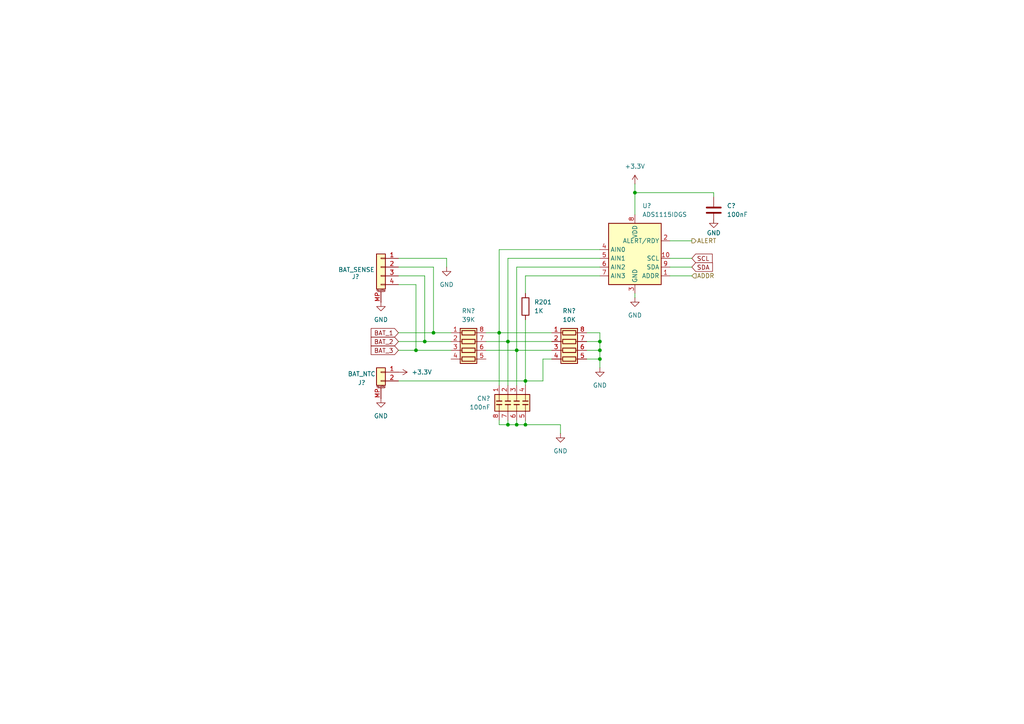
<source format=kicad_sch>
(kicad_sch (version 20250114) (generator "eeschema") (generator_version "9.0")
  (paper "A4")
  (lib_symbols
    (symbol "Analog_ADC:ADS1115IDGS"
      (property "Reference" "U" (at 2.54 13.97 0))
      (property "Value" "ADS1115IDGS" (at 7.62 11.43 0))
      (symbol "ADS1115IDGS_0_1"
        (rectangle (start -7.62 10.16) (end 7.62 -7.62) (stroke (width 0.254)) (fill (type background)))
      )
      (symbol "ADS1115IDGS_1_1"
        (pin input line (at -10.16 2.54 0) (length 2.54) (name "AIN0") (number "4"))
        (pin input line (at -10.16 0 0) (length 2.54) (name "AIN1") (number "5"))
        (pin input line (at -10.16 -2.54 0) (length 2.54) (name "AIN2") (number "6"))
        (pin input line (at -10.16 -5.08 0) (length 2.54) (name "AIN3") (number "7"))
        (pin power_in line (at 0 12.7 270) (length 2.54) (name "VDD") (number "8"))
        (pin power_in line (at 0 -10.16 90) (length 2.54) (name "GND") (number "3"))
        (pin output line (at 10.16 5.08 180) (length 2.54) (name "ALERT/RDY") (number "2"))
        (pin input line (at 10.16 0 180) (length 2.54) (name "SCL") (number "10"))
        (pin bidirectional line (at 10.16 -2.54 180) (length 2.54) (name "SDA") (number "9"))
        (pin input line (at 10.16 -5.08 180) (length 2.54) (name "ADDR") (number "1"))
      )
    )
    (symbol "Connector_Generic_MountingPin:Conn_01x02_MountingPin" (pin_names (offset 1.016) (hide yes))
      (property "Reference" "J" (at 0 2.54 0))
      (property "Value" "Conn_01x02_MountingPin" (at 1.27 -5.08 0))
      (symbol "Conn_01x02_MountingPin_1_1"
        (rectangle (start -1.27 1.27) (end 1.27 -3.81) (stroke (width 0.254)) (fill (type background)))
        (rectangle (start -1.27 0.127) (end 0 -0.127) (stroke (width 0.1524)))
        (rectangle (start -1.27 -2.413) (end 0 -2.667) (stroke (width 0.1524)))
        (polyline (pts (xy -1.016 -4.572) (xy 1.016 -4.572)) (stroke (width 0.1524)))
        (text "Mounting" (at 0 -4.191 0) (effects (font (size 0.381 0.381))))
        (pin passive line (at -5.08 0 0) (length 3.81) (name "Pin_1") (number "1"))
        (pin passive line (at -5.08 -2.54 0) (length 3.81) (name "Pin_2") (number "2"))
        (pin passive line (at 0 -7.62 90) (length 3.048) (name "MountPin") (number "MP"))
      )
    )
    (symbol "Connector_Generic_MountingPin:Conn_01x04_MountingPin" (pin_names (offset 1.016) (hide yes))
      (property "Reference" "J" (at 0 5.08 0))
      (property "Value" "Conn_01x04_MountingPin" (at 1.27 -7.62 0))
      (symbol "Conn_01x04_MountingPin_1_1"
        (rectangle (start -1.27 3.81) (end 1.27 -6.35) (stroke (width 0.254)) (fill (type background)))
        (rectangle (start -1.27 2.667) (end 0 2.413) (stroke (width 0.1524)))
        (rectangle (start -1.27 0.127) (end 0 -0.127) (stroke (width 0.1524)))
        (rectangle (start -1.27 -2.413) (end 0 -2.667) (stroke (width 0.1524)))
        (rectangle (start -1.27 -4.953) (end 0 -5.207) (stroke (width 0.1524)))
        (polyline (pts (xy -1.016 -7.112) (xy 1.016 -7.112)) (stroke (width 0.1524)))
        (text "Mounting" (at 0 -6.731 0) (effects (font (size 0.381 0.381))))
        (pin passive line (at -5.08 2.54 0) (length 3.81) (name "Pin_1") (number "1"))
        (pin passive line (at -5.08 0 0) (length 3.81) (name "Pin_2") (number "2"))
        (pin passive line (at -5.08 -2.54 0) (length 3.81) (name "Pin_3") (number "3"))
        (pin passive line (at -5.08 -5.08 0) (length 3.81) (name "Pin_4") (number "4"))
        (pin passive line (at 0 -10.16 90) (length 3.048) (name "MountPin") (number "MP"))
      )
    )
    (symbol "Device:C" (pin_numbers (hide yes)) (pin_names (offset 0.254))
      (property "Reference" "C" (at 0.635 2.54 0))
      (property "Value" "C" (at 0.635 -2.54 0))
      (symbol "C_0_1"
        (polyline (pts (xy -2.032 0.762) (xy 2.032 0.762)) (stroke (width 0.508)))
        (polyline (pts (xy -2.032 -0.762) (xy 2.032 -0.762)) (stroke (width 0.508)))
      )
      (symbol "C_1_1"
        (pin passive line (at 0 3.81 270) (length 2.794) (name "~") (number "1"))
        (pin passive line (at 0 -3.81 90) (length 2.794) (name "~") (number "2"))
      )
    )
    (symbol "Device:R" (pin_numbers (hide yes)) (pin_names (offset 0))
      (property "Reference" "R" (at 2.032 0 90))
      (property "Value" "R" (at 0 0 90))
      (symbol "R_0_1"
        (rectangle (start -1.016 -2.54) (end 1.016 2.54) (stroke (width 0.254)))
      )
      (symbol "R_1_1"
        (pin passive line (at 0 3.81 270) (length 1.27) (name "~") (number "1"))
        (pin passive line (at 0 -3.81 90) (length 1.27) (name "~") (number "2"))
      )
    )
    (symbol "Device:R_Pack04" (pin_names (offset 0) (hide yes))
      (property "Reference" "RN" (at -7.62 0 90))
      (property "Value" "R_Pack04" (at 5.08 0 90))
      (symbol "R_Pack04_0_1"
        (rectangle (start -6.35 -2.413) (end 3.81 2.413) (stroke (width 0.254)) (fill (type background)))
        (rectangle (start -5.715 1.905) (end -4.445 -1.905) (stroke (width 0.254)))
        (polyline (pts (xy -5.08 1.905) (xy -5.08 2.54)))
        (polyline (pts (xy -5.08 -2.54) (xy -5.08 -1.905)))
        (rectangle (start -3.175 1.905) (end -1.905 -1.905) (stroke (width 0.254)))
        (polyline (pts (xy -2.54 1.905) (xy -2.54 2.54)))
        (polyline (pts (xy -2.54 -2.54) (xy -2.54 -1.905)))
        (rectangle (start -0.635 1.905) (end 0.635 -1.905) (stroke (width 0.254)))
        (polyline (pts (xy 0 1.905) (xy 0 2.54)))
        (polyline (pts (xy 0 -2.54) (xy 0 -1.905)))
        (rectangle (start 1.905 1.905) (end 3.175 -1.905) (stroke (width 0.254)))
        (polyline (pts (xy 2.54 1.905) (xy 2.54 2.54)))
        (polyline (pts (xy 2.54 -2.54) (xy 2.54 -1.905)))
      )
      (symbol "R_Pack04_1_1"
        (pin passive line (at -5.08 5.08 270) (length 2.54) (name "R1.2") (number "8"))
        (pin passive line (at -5.08 -5.08 90) (length 2.54) (name "R1.1") (number "1"))
        (pin passive line (at -2.54 5.08 270) (length 2.54) (name "R2.2") (number "7"))
        (pin passive line (at -2.54 -5.08 90) (length 2.54) (name "R2.1") (number "2"))
        (pin passive line (at 0 5.08 270) (length 2.54) (name "R3.2") (number "6"))
        (pin passive line (at 0 -5.08 90) (length 2.54) (name "R3.1") (number "3"))
        (pin passive line (at 2.54 5.08 270) (length 2.54) (name "R4.2") (number "5"))
        (pin passive line (at 2.54 -5.08 90) (length 2.54) (name "R4.1") (number "4"))
      )
    )
    (symbol "NosLib:C_Pack04" (pin_names (offset 0) (hide yes))
      (property "Reference" "CN" (at 6.604 0 0))
      (property "Value" "C_Pack04" (at 6.6413 -2.0455 0))
      (symbol "C_Pack04_0_1"
        (rectangle (start -5.08 2.413) (end 5.08 -2.413) (stroke (width 0.254)) (fill (type background)))
        (polyline (pts (xy -3.81 2.54) (xy -3.81 0.508)))
        (polyline (pts (xy -3.81 -2.54) (xy -3.81 -0.508)))
        (polyline (pts (xy -1.27 2.54) (xy -1.27 0.508)))
        (polyline (pts (xy -1.27 -2.54) (xy -1.27 -0.508)))
        (polyline (pts (xy 1.27 2.54) (xy 1.27 0.508)))
        (polyline (pts (xy 1.27 -2.54) (xy 1.27 -0.508)))
        (polyline (pts (xy 3.81 2.54) (xy 3.81 0.508)))
        (polyline (pts (xy 3.81 -2.54) (xy 3.81 -0.508)))
      )
      (symbol "C_Pack04_1_1"
        (polyline (pts (xy -4.572 0.508) (xy -3.048 0.508)) (stroke (width 0.3048)))
        (polyline (pts (xy -4.572 -0.508) (xy -3.048 -0.508)) (stroke (width 0.3048)))
        (polyline (pts (xy -2.032 0.508) (xy -0.508 0.508)) (stroke (width 0.3048)))
        (polyline (pts (xy -2.032 -0.508) (xy -0.508 -0.508)) (stroke (width 0.3048)))
        (polyline (pts (xy 0.508 0.508) (xy 2.032 0.508)) (stroke (width 0.3048)))
        (polyline (pts (xy 0.508 -0.508) (xy 2.032 -0.508)) (stroke (width 0.3048)))
        (polyline (pts (xy 3.048 0.508) (xy 4.572 0.508)) (stroke (width 0.3048)))
        (polyline (pts (xy 3.048 -0.508) (xy 4.572 -0.508)) (stroke (width 0.3048)))
        (pin passive line (at -3.81 5.08 270) (length 2.54) (name "C1.1") (number "8"))
        (pin passive line (at -3.81 -5.08 90) (length 2.54) (name "C1.1") (number "1"))
        (pin passive line (at -1.27 5.08 270) (length 2.54) (name "C2.1") (number "7"))
        (pin passive line (at -1.27 -5.08 90) (length 2.54) (name "C2.1") (number "2"))
        (pin passive line (at 1.27 5.08 270) (length 2.54) (name "C3.1") (number "6"))
        (pin passive line (at 1.27 -5.08 90) (length 2.54) (name "C3.1") (number "3"))
        (pin passive line (at 3.81 5.08 270) (length 2.54) (name "C4.1") (number "5"))
        (pin passive line (at 3.81 -5.08 90) (length 2.54) (name "C4.1") (number "4"))
      )
    )
    (symbol "power:+3.3V" (power) (pin_numbers (hide yes)) (pin_names (offset 0) (hide yes))
      (property "Value" "+3.3V" (at 0 3.556 0))
      (symbol "+3.3V_0_1"
        (polyline (pts (xy -0.762 1.27) (xy 0 2.54)))
        (polyline (pts (xy 0 2.54) (xy 0.762 1.27)))
        (polyline (pts (xy 0 0) (xy 0 2.54)))
      )
      (symbol "+3.3V_1_1"
        (pin power_in line (at 0 0 90) (length 0) (name "~") (number "1"))
      )
    )
    (symbol "power:GND" (power) (pin_numbers (hide yes)) (pin_names (offset 0) (hide yes))
      (property "Value" "GND" (at 0 -3.81 0))
      (symbol "GND_0_1"
        (polyline (pts (xy 0 0) (xy 0 -1.27) (xy 1.27 -1.27) (xy 0 -2.54) (xy -1.27 -1.27) (xy 0 -1.27)))
      )
      (symbol "GND_1_1"
        (pin power_in line (at 0 0 270) (length 0) (name "~") (number "1"))
      )
    )
  )
  (junction (at 123.19 99.06))
  (junction (at 149.86 101.6))
  (junction (at 144.78 96.52))
  (junction (at 184.15 55.88))
  (junction (at 152.4 123.19))
  (junction (at 173.99 101.6))
  (junction (at 173.99 99.06))
  (junction (at 147.32 123.19))
  (junction (at 125.73 96.52))
  (junction (at 173.99 104.14))
  (junction (at 120.65 101.6))
  (junction (at 149.86 123.19))
  (junction (at 147.32 99.06))
  (junction (at 152.4 110.49))
  (wire (pts (xy 184.15 85.09) (xy 184.15 86.36)))
  (wire (pts (xy 149.86 77.47) (xy 173.99 77.47)))
  (wire (pts (xy 129.54 74.93) (xy 115.57 74.93)))
  (wire (pts (xy 170.18 96.52) (xy 173.99 96.52)))
  (wire (pts (xy 157.48 104.14) (xy 160.02 104.14)))
  (wire (pts (xy 123.19 80.01) (xy 123.19 99.06)))
  (wire (pts (xy 170.18 99.06) (xy 173.99 99.06)))
  (wire (pts (xy 115.57 101.6) (xy 120.65 101.6)))
  (wire (pts (xy 152.4 123.19) (xy 162.56 123.19)))
  (wire (pts (xy 184.15 55.88) (xy 207.01 55.88)))
  (wire (pts (xy 147.32 99.06) (xy 160.02 99.06)))
  (wire (pts (xy 120.65 101.6) (xy 130.81 101.6)))
  (wire (pts (xy 173.99 101.6) (xy 173.99 104.14)))
  (wire (pts (xy 147.32 123.19) (xy 149.86 123.19)))
  (wire (pts (xy 207.01 64.77) (xy 207.01 63.5)))
  (wire (pts (xy 125.73 96.52) (xy 130.81 96.52)))
  (wire (pts (xy 170.18 104.14) (xy 173.99 104.14)))
  (wire (pts (xy 144.78 96.52) (xy 160.02 96.52)))
  (wire (pts (xy 149.86 101.6) (xy 149.86 77.47)))
  (wire (pts (xy 115.57 80.01) (xy 123.19 80.01)))
  (wire (pts (xy 115.57 82.55) (xy 120.65 82.55)))
  (wire (pts (xy 115.57 99.06) (xy 123.19 99.06)))
  (wire (pts (xy 194.31 77.47) (xy 200.66 77.47)))
  (wire (pts (xy 125.73 77.47) (xy 125.73 96.52)))
  (wire (pts (xy 115.57 96.52) (xy 125.73 96.52)))
  (wire (pts (xy 194.31 74.93) (xy 200.66 74.93)))
  (wire (pts (xy 140.97 101.6) (xy 149.86 101.6)))
  (wire (pts (xy 194.31 80.01) (xy 200.66 80.01)))
  (wire (pts (xy 147.32 74.93) (xy 173.99 74.93)))
  (wire (pts (xy 173.99 104.14) (xy 173.99 106.68)))
  (wire (pts (xy 184.15 53.34) (xy 184.15 55.88)))
  (wire (pts (xy 184.15 55.88) (xy 184.15 62.23)))
  (wire (pts (xy 149.86 101.6) (xy 160.02 101.6)))
  (wire (pts (xy 149.86 121.92) (xy 149.86 123.19)))
  (wire (pts (xy 152.4 110.49) (xy 152.4 111.76)))
  (wire (pts (xy 147.32 121.92) (xy 147.32 123.19)))
  (wire (pts (xy 140.97 96.52) (xy 144.78 96.52)))
  (wire (pts (xy 144.78 96.52) (xy 144.78 111.76)))
  (wire (pts (xy 120.65 82.55) (xy 120.65 101.6)))
  (wire (pts (xy 173.99 99.06) (xy 173.99 101.6)))
  (wire (pts (xy 152.4 80.01) (xy 173.99 80.01)))
  (wire (pts (xy 162.56 125.73) (xy 162.56 123.19)))
  (wire (pts (xy 173.99 96.52) (xy 173.99 99.06)))
  (wire (pts (xy 144.78 121.92) (xy 144.78 123.19)))
  (wire (pts (xy 123.19 99.06) (xy 130.81 99.06)))
  (wire (pts (xy 152.4 121.92) (xy 152.4 123.19)))
  (wire (pts (xy 147.32 99.06) (xy 147.32 74.93)))
  (wire (pts (xy 170.18 101.6) (xy 173.99 101.6)))
  (wire (pts (xy 115.57 110.49) (xy 152.4 110.49)))
  (wire (pts (xy 152.4 110.49) (xy 157.48 110.49)))
  (wire (pts (xy 129.54 77.47) (xy 129.54 74.93)))
  (wire (pts (xy 157.48 110.49) (xy 157.48 104.14)))
  (wire (pts (xy 144.78 72.39) (xy 173.99 72.39)))
  (wire (pts (xy 152.4 92.71) (xy 152.4 110.49)))
  (wire (pts (xy 144.78 123.19) (xy 147.32 123.19)))
  (wire (pts (xy 147.32 99.06) (xy 147.32 111.76)))
  (wire (pts (xy 152.4 80.01) (xy 152.4 85.09)))
  (wire (pts (xy 194.31 69.85) (xy 200.66 69.85)))
  (wire (pts (xy 149.86 101.6) (xy 149.86 111.76)))
  (wire (pts (xy 144.78 96.52) (xy 144.78 72.39)))
  (wire (pts (xy 207.01 55.88) (xy 207.01 57.15)))
  (wire (pts (xy 115.57 77.47) (xy 125.73 77.47)))
  (wire (pts (xy 149.86 123.19) (xy 152.4 123.19)))
  (wire (pts (xy 140.97 99.06) (xy 147.32 99.06)))
  (global_label "SDA" (shape input) (at 200.66 77.47 0) (property "Intersheetrefs" "${INTERSHEET_REFS}" (effects (hide yes))))
  (global_label "SCL" (shape input) (at 200.66 74.93 0) (property "Intersheetrefs" "${INTERSHEET_REFS}" (effects (hide yes))))
  (global_label "BAT_1" (shape input) (at 115.57 96.52 180) (property "Intersheetrefs" "${INTERSHEET_REFS}" (effects (hide yes))))
  (global_label "BAT_2" (shape input) (at 115.57 99.06 180) (property "Intersheetrefs" "${INTERSHEET_REFS}" (effects (hide yes))))
  (global_label "BAT_3" (shape input) (at 115.57 101.6 180) (property "Intersheetrefs" "${INTERSHEET_REFS}" (effects (hide yes))))
  (hierarchical_label "ADDR" (shape input) (at 200.66 80.01 0))
  (hierarchical_label "ALERT" (shape output) (at 200.66 69.85 0))
  (symbol (lib_id "Device:R") (at 152.4 88.9 0) (unit 1)
    (property "Reference" "R201" (at 154.94 87.6299 0) (effects (justify left)))
    (property "Value" "1K" (at 154.94 90.1699 0) (effects (justify left)))
    (property "Description" "Resistor" (effects (hide yes)))
  )
  (symbol (lib_id "Device:R_Pack04") (at 135.89 101.6 270) (unit 1)
    (property "Reference" "RN?" (at 135.89 90.17 90))
    (property "Value" "39K" (at 135.89 92.71 90))
    (property "Footprint" "Resistor_SMD:R_Array_Convex_4x0603" (effects (hide yes)))
    (property "Description" "4 resistor network, parallel topology" (effects (hide yes)))
  )
  (symbol (lib_id "Analog_ADC:ADS1115IDGS") (at 184.15 74.93 0) (unit 1)
    (property "Reference" "U?" (at 186.2933 59.69 0) (effects (justify left)))
    (property "Value" "ADS1115IDGS" (at 186.2933 62.23 0) (effects (justify left)))
    (property "Footprint" "Package_SO:TSSOP-10_3x3mm_P0.5mm" (effects (hide yes)))
    (property "Datasheet" "https://www.ti.com/lit/ds/symlink/ads1115.pdf" (effects (hide yes)))
    (property "Description" "Ultra-Small, Low-Power, I2C-Compatible, 860-SPS, 16-Bit ADCs With Internal Reference, Oscillator, and Programmable Comparator, VSSOP-10" (effects (hide yes)))
  )
  (symbol (lib_id "power:GND") (at 173.99 106.68 0) (unit 1)
    (property "Reference" "#PWR?" (effects (hide yes)))
    (property "Value" "GND" (at 173.99 111.76 0))
    (property "Description" "Power symbol creates a global label with name \"GND\" , ground" (effects (hide yes)))
  )
  (symbol (lib_id "power:GND") (at 129.54 77.47 0) (unit 1)
    (property "Reference" "#PWR?" (effects (hide yes)))
    (property "Value" "GND" (at 129.54 82.55 0))
    (property "Description" "Power symbol creates a global label with name \"GND\" , ground" (effects (hide yes)))
  )
  (symbol (lib_id "power:GND") (at 162.56 125.73 0) (unit 1)
    (property "Reference" "#PWR?" (effects (hide yes)))
    (property "Value" "GND" (at 162.56 130.81 0))
    (property "Description" "Power symbol creates a global label with name \"GND\" , ground" (effects (hide yes)))
  )
  (symbol (lib_id "NosLib:C_Pack04") (at 148.59 116.84 0) (mirror x) (unit 1)
    (property "Reference" "CN?" (at 142.24 115.5753 0) (effects (justify right)))
    (property "Value" "100nF" (at 142.24 118.1153 0) (effects (justify right)))
    (property "Footprint" "NosLib:C_Array_Convex_4x0603" (effects (hide yes)))
    (property "Description" "4 capacitor network" (effects (hide yes)))
  )
  (symbol (lib_id "Connector_Generic_MountingPin:Conn_01x02_MountingPin") (at 110.49 107.95 0) (mirror y) (unit 1)
    (property "Reference" "J?" (at 104.902 110.998 0))
    (property "Value" "BAT_NTC" (at 104.902 108.458 0))
    (property "Footprint" "Connector_JST:JST_GH_SM02B-GHS-TB_1x02-1MP_P1.25mm_Horizontal" (effects (hide yes)))
    (property "Description" "Generic connectable mounting pin connector, single row, 01x02, script generated (kicad-library-utils/schlib/autogen/connector/)" (effects (hide yes)))
  )
  (symbol (lib_id "power:+3.3V") (at 184.15 53.34 0) (unit 1)
    (property "Reference" "#PWR?" (effects (hide yes)))
    (property "Value" "+3.3V" (at 184.15 48.26 0))
    (property "Description" "Power symbol creates a global label with name \"+3.3V\"" (effects (hide yes)))
  )
  (symbol (lib_id "power:GND") (at 110.49 115.57 0) (unit 1)
    (property "Reference" "#PWR?" (effects (hide yes)))
    (property "Value" "GND" (at 110.49 120.65 0))
    (property "Description" "Power symbol creates a global label with name \"GND\" , ground" (effects (hide yes)))
  )
  (symbol (lib_id "power:+3.3V") (at 115.57 107.95 270) (unit 1)
    (property "Reference" "#PWR?" (effects (hide yes)))
    (property "Value" "+3.3V" (at 119.38 107.9499 90) (effects (justify left)))
    (property "Description" "Power symbol creates a global label with name \"+3.3V\"" (effects (hide yes)))
  )
  (symbol (lib_id "Device:R_Pack04") (at 165.1 101.6 270) (unit 1)
    (property "Reference" "RN?" (at 165.1 90.17 90))
    (property "Value" "10K" (at 165.1 92.71 90))
    (property "Footprint" "Resistor_SMD:R_Array_Convex_4x0603" (effects (hide yes)))
    (property "Description" "4 resistor network, parallel topology" (effects (hide yes)))
  )
  (symbol (lib_id "power:GND") (at 184.15 86.36 0) (unit 1)
    (property "Reference" "#PWR?" (effects (hide yes)))
    (property "Value" "GND" (at 184.15 91.44 0))
    (property "Description" "Power symbol creates a global label with name \"GND\" , ground" (effects (hide yes)))
  )
  (symbol (lib_id "power:GND") (at 110.49 87.63 0) (unit 1)
    (property "Reference" "#PWR?" (effects (hide yes)))
    (property "Value" "GND" (at 110.49 92.71 0))
    (property "Description" "Power symbol creates a global label with name \"GND\" , ground" (effects (hide yes)))
  )
  (symbol (lib_id "Device:C") (at 207.01 60.96 0) (unit 1)
    (property "Reference" "C?" (at 210.82 59.6899 0) (effects (justify left)))
    (property "Value" "100nF" (at 210.82 62.2299 0) (effects (justify left)))
    (property "Footprint" "Capacitor_SMD:C_0603_1608Metric" (effects (hide yes)))
    (property "Description" "Unpolarized capacitor" (effects (hide yes)))
  )
  (symbol (lib_id "Connector_Generic_MountingPin:Conn_01x04_MountingPin") (at 110.49 77.47 0) (mirror y) (unit 1)
    (property "Reference" "J?" (at 103.124 80.264 0))
    (property "Value" "BAT_SENSE" (at 103.378 78.232 0))
    (property "Footprint" "Connector_JST:JST_GH_SM04B-GHS-TB_1x04-1MP_P1.25mm_Horizontal" (effects (hide yes)))
    (property "Description" "Generic connectable mounting pin connector, single row, 01x04, script generated (kicad-library-utils/schlib/autogen/connector/)" (effects (hide yes)))
  )
  (symbol (lib_id "power:GND") (at 207.01 63.5 0) (unit 1)
    (property "Reference" "#PWR?" (effects (hide yes)))
    (property "Value" "GND" (at 207.01 67.564 0))
    (property "Description" "Power symbol creates a global label with name \"GND\" , ground" (effects (hide yes)))
  )
)
</source>
